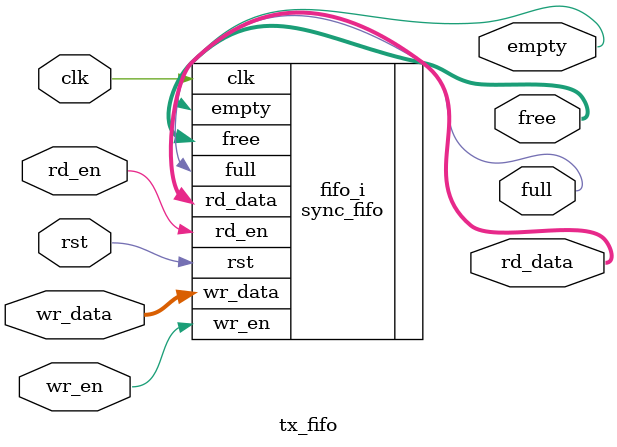
<source format=sv>
`timescale 1ns/1ps


module tx_fifo #(
    parameter DEPTH = 256,
    localparam  ADDR_BITS = $clog2(DEPTH)
)(
    input  logic        clk,
    input  logic        rst,

    // Write interface
    input  logic        wr_en,
    input  logic [7:0]  wr_data,
    output logic        full,
    output logic [ADDR_BITS:0]  free,     // up to 256 entries → 9 bits

    // Read interface
    input  logic        rd_en,
    output logic [7:0]  rd_data,
    output logic        empty
);


    sync_fifo #(
        .WIDTH(8),
        .DEPTH(DEPTH)
    ) fifo_i (
        .clk(clk),
        .rst(rst),

        .wr_en(wr_en),
        .wr_data(wr_data),
        .full(full),

        .rd_en(rd_en),
        .rd_data(rd_data),
        .empty(empty),

        .free(free)
    );
endmodule
</source>
